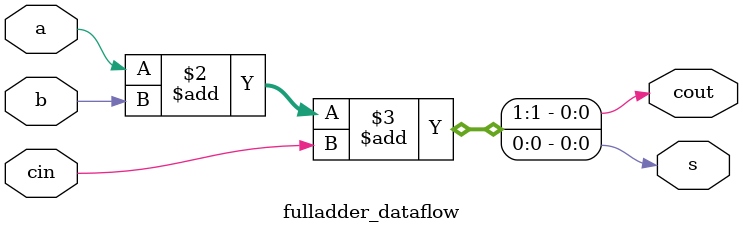
<source format=v>
`timescale 1ns / 1ps


module rca(
    input [3:0] a,
    input [3:0] b,
    input cin,
    output [3:0] s,
    output cout
    );
    wire [2:0] co;
    
    fulladder_dataflow U1(a[0],b[0],cin,s[0],co[0]);
    fulladder_dataflow U2(a[1],b[1],co[0],s[1],co[1]);
    fulladder_dataflow U3(a[2],b[2],co[1],s[2],co[2]);
    fulladder_dataflow U4(a[3],b[3],co[2],s[3],cout);
    
endmodule

module fulladder_dataflow(
    input a,
    input b,
    input cin,
    output reg s,
    output reg cout
    );
    
    always @ *
    #2 {cout,s}=a+b+cin;
endmodule
</source>
